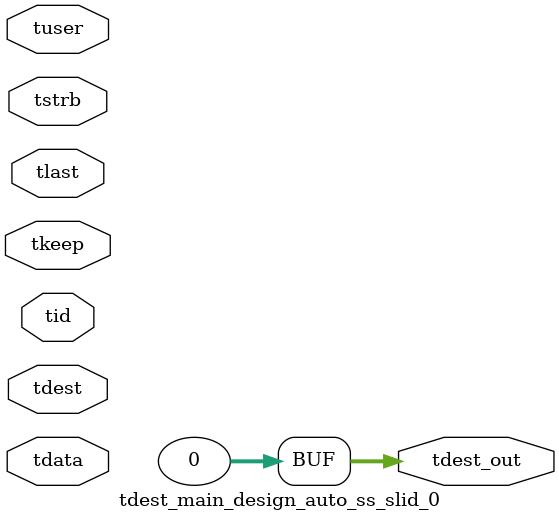
<source format=v>


`timescale 1ps/1ps

module tdest_main_design_auto_ss_slid_0 #
(
parameter C_S_AXIS_TDATA_WIDTH = 32,
parameter C_S_AXIS_TUSER_WIDTH = 0,
parameter C_S_AXIS_TID_WIDTH   = 0,
parameter C_S_AXIS_TDEST_WIDTH = 0,
parameter C_M_AXIS_TDEST_WIDTH = 32
)
(
input  [(C_S_AXIS_TDATA_WIDTH == 0 ? 1 : C_S_AXIS_TDATA_WIDTH)-1:0     ] tdata,
input  [(C_S_AXIS_TUSER_WIDTH == 0 ? 1 : C_S_AXIS_TUSER_WIDTH)-1:0     ] tuser,
input  [(C_S_AXIS_TID_WIDTH   == 0 ? 1 : C_S_AXIS_TID_WIDTH)-1:0       ] tid,
input  [(C_S_AXIS_TDEST_WIDTH == 0 ? 1 : C_S_AXIS_TDEST_WIDTH)-1:0     ] tdest,
input  [(C_S_AXIS_TDATA_WIDTH/8)-1:0 ] tkeep,
input  [(C_S_AXIS_TDATA_WIDTH/8)-1:0 ] tstrb,
input                                                                    tlast,
output [C_M_AXIS_TDEST_WIDTH-1:0] tdest_out
);

assign tdest_out = {1'b0};

endmodule


</source>
